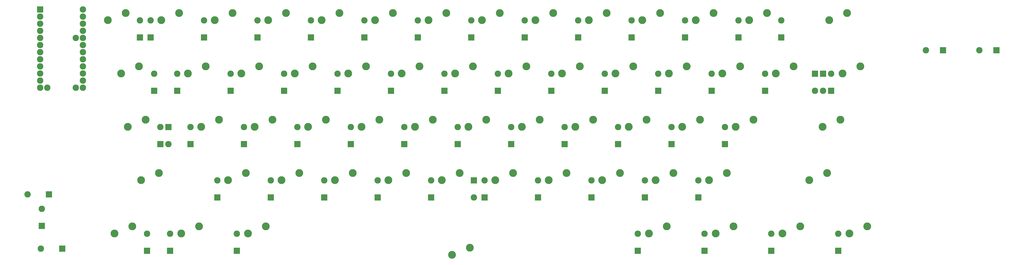
<source format=gbs>
G04 (created by PCBNEW-RS274X (2012-04-29 BZR 3537)-testing) date Sat 07 Jul 2012 01:31:47 PM CEST*
G01*
G70*
G90*
%MOIN*%
G04 Gerber Fmt 3.4, Leading zero omitted, Abs format*
%FSLAX34Y34*%
G04 APERTURE LIST*
%ADD10C,0.006000*%
%ADD11R,0.090000X0.090000*%
%ADD12C,0.090000*%
%ADD13C,0.110000*%
G04 APERTURE END LIST*
G54D10*
G54D11*
X09000Y-17500D03*
G54D12*
X09000Y-18500D03*
X09000Y-19500D03*
X09000Y-20500D03*
X09000Y-21500D03*
X09000Y-22500D03*
X09000Y-23500D03*
X09000Y-24500D03*
X09000Y-25500D03*
X09000Y-26500D03*
X09000Y-27500D03*
X09000Y-28500D03*
X10000Y-28500D03*
X14000Y-28500D03*
X15000Y-28500D03*
X15000Y-27500D03*
X15000Y-26500D03*
X15000Y-25500D03*
X15000Y-24500D03*
X15000Y-23500D03*
X15000Y-22500D03*
X15000Y-19500D03*
X15000Y-18500D03*
X15000Y-17500D03*
X14000Y-21500D03*
X15000Y-21500D03*
X15000Y-20500D03*
X24000Y-49050D03*
G54D11*
X24000Y-51450D03*
G54D12*
X27250Y-49050D03*
G54D11*
X27250Y-51450D03*
G54D12*
X36625Y-49050D03*
G54D11*
X36625Y-51450D03*
G54D12*
X69875Y-43950D03*
G54D11*
X69875Y-41550D03*
G54D12*
X92875Y-49050D03*
G54D11*
X92875Y-51450D03*
G54D12*
X102250Y-49050D03*
G54D11*
X102250Y-51450D03*
G54D12*
X111625Y-49050D03*
G54D11*
X111625Y-51450D03*
G54D12*
X121000Y-49050D03*
G54D11*
X121000Y-51450D03*
G54D12*
X27000Y-36450D03*
G54D11*
X27000Y-34050D03*
G54D12*
X33875Y-41550D03*
G54D11*
X33875Y-43950D03*
G54D12*
X41375Y-41550D03*
G54D11*
X41375Y-43950D03*
G54D12*
X48875Y-41550D03*
G54D11*
X48875Y-43950D03*
G54D12*
X56375Y-41550D03*
G54D11*
X56375Y-43950D03*
G54D12*
X63875Y-41550D03*
G54D11*
X63875Y-43950D03*
G54D12*
X71375Y-41550D03*
G54D11*
X71375Y-43950D03*
G54D12*
X78875Y-41550D03*
G54D11*
X78875Y-43950D03*
G54D12*
X86375Y-41550D03*
G54D11*
X86375Y-43950D03*
G54D12*
X93875Y-41550D03*
G54D11*
X93875Y-43950D03*
G54D12*
X101375Y-41550D03*
G54D11*
X101375Y-43950D03*
G54D12*
X117750Y-28950D03*
G54D11*
X117750Y-26550D03*
G54D12*
X25875Y-34050D03*
G54D11*
X25875Y-36450D03*
G54D12*
X30125Y-34050D03*
G54D11*
X30125Y-36450D03*
G54D12*
X37625Y-34050D03*
G54D11*
X37625Y-36450D03*
G54D12*
X45125Y-34050D03*
G54D11*
X45125Y-36450D03*
G54D12*
X52625Y-34050D03*
G54D11*
X52625Y-36450D03*
G54D12*
X60125Y-34050D03*
G54D11*
X60125Y-36450D03*
G54D12*
X67625Y-34050D03*
G54D11*
X67625Y-36450D03*
G54D12*
X75125Y-34050D03*
G54D11*
X75125Y-36450D03*
G54D12*
X82625Y-34050D03*
G54D11*
X82625Y-36450D03*
G54D12*
X90125Y-34050D03*
G54D11*
X90125Y-36450D03*
G54D12*
X97625Y-34050D03*
G54D11*
X97625Y-36450D03*
G54D12*
X105125Y-34050D03*
G54D11*
X105125Y-36450D03*
G54D12*
X118875Y-28950D03*
G54D11*
X118875Y-26550D03*
G54D12*
X25000Y-26550D03*
G54D11*
X25000Y-28950D03*
G54D12*
X28250Y-26550D03*
G54D11*
X28250Y-28950D03*
G54D12*
X35750Y-26550D03*
G54D11*
X35750Y-28950D03*
G54D12*
X43250Y-26550D03*
G54D11*
X43250Y-28950D03*
G54D12*
X50750Y-26550D03*
G54D11*
X50750Y-28950D03*
G54D12*
X58250Y-26550D03*
G54D11*
X58250Y-28950D03*
G54D12*
X65750Y-26550D03*
G54D11*
X65750Y-28950D03*
G54D12*
X73250Y-26550D03*
G54D11*
X73250Y-28950D03*
G54D12*
X80750Y-26550D03*
G54D11*
X80750Y-28950D03*
G54D12*
X88250Y-26550D03*
G54D11*
X88250Y-28950D03*
G54D12*
X95750Y-26550D03*
G54D11*
X95750Y-28950D03*
G54D12*
X103250Y-26550D03*
G54D11*
X103250Y-28950D03*
G54D12*
X110750Y-26550D03*
G54D11*
X110750Y-28950D03*
G54D12*
X120000Y-26550D03*
G54D11*
X120000Y-28950D03*
G54D12*
X23000Y-19050D03*
G54D11*
X23000Y-21450D03*
G54D12*
X24500Y-19050D03*
G54D11*
X24500Y-21450D03*
G54D12*
X32000Y-19050D03*
G54D11*
X32000Y-21450D03*
G54D12*
X39500Y-19050D03*
G54D11*
X39500Y-21450D03*
G54D12*
X47000Y-19050D03*
G54D11*
X47000Y-21450D03*
G54D12*
X54500Y-19050D03*
G54D11*
X54500Y-21450D03*
G54D12*
X62000Y-19050D03*
G54D11*
X62000Y-21450D03*
G54D12*
X69500Y-19050D03*
G54D11*
X69500Y-21450D03*
G54D12*
X77000Y-19050D03*
G54D11*
X77000Y-21450D03*
G54D12*
X84500Y-19050D03*
G54D11*
X84500Y-21450D03*
G54D12*
X92000Y-19050D03*
G54D11*
X92000Y-21450D03*
G54D12*
X99500Y-19050D03*
G54D11*
X99500Y-21450D03*
G54D12*
X107000Y-19050D03*
G54D11*
X107000Y-21450D03*
G54D12*
X113000Y-19050D03*
G54D11*
X113000Y-21450D03*
G54D12*
X07250Y-43500D03*
G54D11*
X10250Y-43500D03*
G54D12*
X09125Y-51125D03*
G54D11*
X12125Y-51125D03*
G54D12*
X133300Y-23250D03*
G54D11*
X135700Y-23250D03*
G54D12*
X09250Y-45550D03*
G54D11*
X09250Y-47950D03*
G54D12*
X140800Y-23250D03*
G54D11*
X143200Y-23250D03*
G54D13*
X122250Y-18000D03*
X119750Y-19000D03*
X111000Y-18000D03*
X108500Y-19000D03*
X103500Y-18000D03*
X101000Y-19000D03*
X96000Y-18000D03*
X93500Y-19000D03*
X88500Y-18000D03*
X86000Y-19000D03*
X81000Y-18000D03*
X78500Y-19000D03*
X73500Y-18000D03*
X71000Y-19000D03*
X66000Y-18000D03*
X63500Y-19000D03*
X58500Y-18000D03*
X56000Y-19000D03*
X51000Y-18000D03*
X48500Y-19000D03*
X43500Y-18000D03*
X41000Y-19000D03*
X36000Y-18000D03*
X33500Y-19000D03*
X28500Y-18000D03*
X26000Y-19000D03*
X21000Y-18000D03*
X18500Y-19000D03*
X124125Y-25500D03*
X121625Y-26500D03*
X114750Y-25500D03*
X112250Y-26500D03*
X107250Y-25500D03*
X104750Y-26500D03*
X99750Y-25500D03*
X97250Y-26500D03*
X92250Y-25500D03*
X89750Y-26500D03*
X84750Y-25500D03*
X82250Y-26500D03*
X77250Y-25500D03*
X74750Y-26500D03*
X69750Y-25500D03*
X67250Y-26500D03*
X62250Y-25500D03*
X59750Y-26500D03*
X54750Y-25500D03*
X52250Y-26500D03*
X47250Y-25500D03*
X44750Y-26500D03*
X39750Y-25500D03*
X37250Y-26500D03*
X32250Y-25500D03*
X29750Y-26500D03*
X22875Y-25500D03*
X20375Y-26500D03*
X121313Y-33000D03*
X118813Y-34000D03*
X109125Y-33000D03*
X106625Y-34000D03*
X101625Y-33000D03*
X99125Y-34000D03*
X94125Y-33000D03*
X91625Y-34000D03*
X86625Y-33000D03*
X84125Y-34000D03*
X79125Y-33000D03*
X76625Y-34000D03*
X71625Y-33000D03*
X69125Y-34000D03*
X64125Y-33000D03*
X61625Y-34000D03*
X56625Y-33000D03*
X54125Y-34000D03*
X49125Y-33000D03*
X46625Y-34000D03*
X41625Y-33000D03*
X39125Y-34000D03*
X34125Y-33000D03*
X31625Y-34000D03*
X23813Y-33000D03*
X21313Y-34000D03*
X119438Y-40500D03*
X116938Y-41500D03*
X105375Y-40500D03*
X102875Y-41500D03*
X97875Y-40500D03*
X95375Y-41500D03*
X90375Y-40500D03*
X87875Y-41500D03*
X82875Y-40500D03*
X80375Y-41500D03*
X75375Y-40500D03*
X72875Y-41500D03*
X67875Y-40500D03*
X65375Y-41500D03*
X60375Y-40500D03*
X57875Y-41500D03*
X52875Y-40500D03*
X50375Y-41500D03*
X45375Y-40500D03*
X42875Y-41500D03*
X37875Y-40500D03*
X35375Y-41500D03*
X25688Y-40500D03*
X23188Y-41500D03*
X125063Y-48000D03*
X122563Y-49000D03*
X115688Y-48000D03*
X113188Y-49000D03*
X106313Y-48000D03*
X103813Y-49000D03*
X96938Y-48000D03*
X94438Y-49000D03*
X66813Y-52000D03*
X69313Y-51000D03*
X40688Y-48000D03*
X38188Y-49000D03*
X31313Y-48000D03*
X28813Y-49000D03*
X21938Y-48000D03*
X19438Y-49000D03*
M02*

</source>
